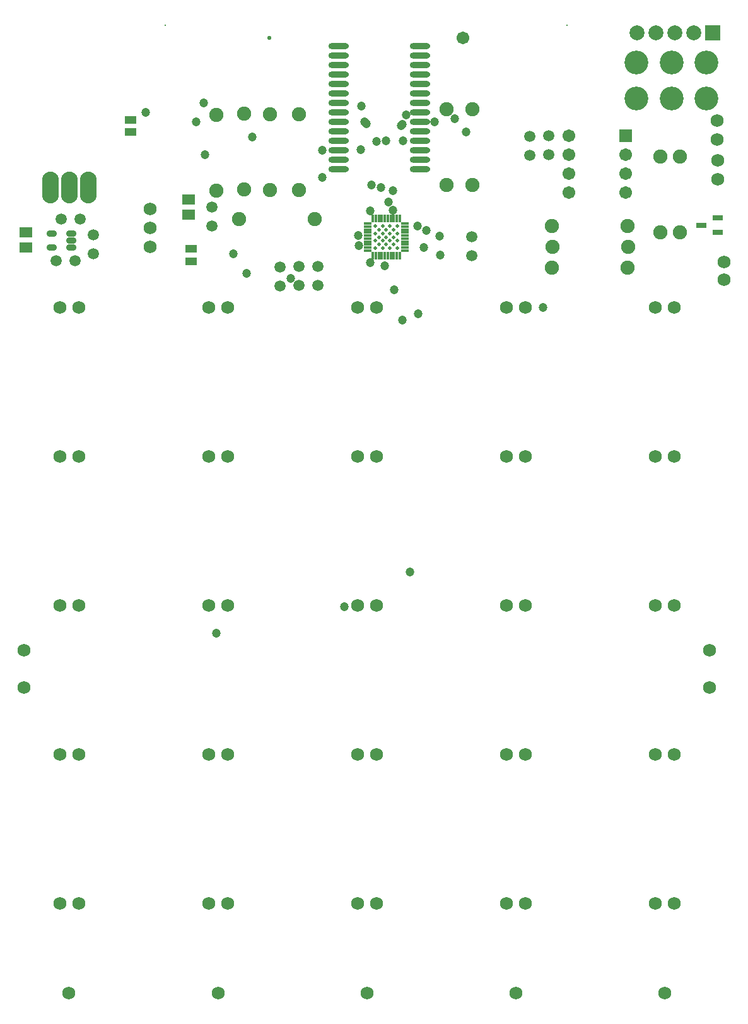
<source format=gbs>
G04 Layer_Color=8150272*
%FSLAX25Y25*%
%MOIN*%
G70*
G01*
G75*
%ADD41R,0.06115X0.04147*%
%ADD42C,0.06800*%
%ADD43C,0.05918*%
%ADD44C,0.07493*%
%ADD45C,0.12611*%
%ADD46O,0.08800X0.16800*%
%ADD47C,0.06706*%
%ADD48R,0.06706X0.06706*%
%ADD49C,0.00800*%
%ADD50R,0.00800X0.00800*%
%ADD51C,0.02300*%
%ADD52R,0.07887X0.07887*%
%ADD53C,0.07887*%
%ADD54C,0.04737*%
%ADD55C,0.01981*%
%ADD56O,0.10839X0.03162*%
%ADD57R,0.05524X0.03162*%
%ADD58R,0.06902X0.05721*%
G04:AMPARAMS|DCode=59|XSize=51.31mil|YSize=31.62mil|CornerRadius=9.91mil|HoleSize=0mil|Usage=FLASHONLY|Rotation=180.000|XOffset=0mil|YOffset=0mil|HoleType=Round|Shape=RoundedRectangle|*
%AMROUNDEDRECTD59*
21,1,0.05131,0.01181,0,0,180.0*
21,1,0.03150,0.03162,0,0,180.0*
1,1,0.01981,-0.01575,0.00591*
1,1,0.01981,0.01575,0.00591*
1,1,0.01981,0.01575,-0.00591*
1,1,0.01981,-0.01575,-0.00591*
%
%ADD59ROUNDEDRECTD59*%
%ADD60R,0.01587X0.03950*%
%ADD61R,0.03950X0.01587*%
D41*
X598145Y560928D02*
D03*
Y567424D02*
D03*
X566142Y629035D02*
D03*
Y635531D02*
D03*
D42*
X509842Y335827D02*
D03*
X848425Y174410D02*
D03*
X872047Y335827D02*
D03*
X879528Y551181D02*
D03*
X769685Y174410D02*
D03*
X879528Y560630D02*
D03*
X533464Y174410D02*
D03*
X612205D02*
D03*
X690945D02*
D03*
X509842Y355512D02*
D03*
X872047D02*
D03*
X876378Y604173D02*
D03*
Y614173D02*
D03*
X538543Y221654D02*
D03*
X528543D02*
D03*
X617283D02*
D03*
X607283D02*
D03*
X696024D02*
D03*
X686024D02*
D03*
X774764D02*
D03*
X764764D02*
D03*
X853504D02*
D03*
X843504D02*
D03*
X538543Y300394D02*
D03*
X528543D02*
D03*
X617283D02*
D03*
X607283D02*
D03*
X696024D02*
D03*
X686024D02*
D03*
X774764D02*
D03*
X764764D02*
D03*
X853504D02*
D03*
X843504D02*
D03*
X538543Y379134D02*
D03*
X528543D02*
D03*
X617283D02*
D03*
X607283D02*
D03*
X696023D02*
D03*
X686023D02*
D03*
X774764D02*
D03*
X764764D02*
D03*
X853504D02*
D03*
X843504D02*
D03*
X538543Y457874D02*
D03*
X528543D02*
D03*
X617283D02*
D03*
X607283D02*
D03*
X696023D02*
D03*
X686023D02*
D03*
X774764D02*
D03*
X764764D02*
D03*
X853504D02*
D03*
X843504D02*
D03*
X875984Y635197D02*
D03*
Y625197D02*
D03*
X576491Y568585D02*
D03*
Y578585D02*
D03*
Y588585D02*
D03*
X538543Y536614D02*
D03*
X528543D02*
D03*
X617283Y536614D02*
D03*
X607283D02*
D03*
X696024D02*
D03*
X686024D02*
D03*
X774764Y536614D02*
D03*
X764764D02*
D03*
X853504D02*
D03*
X843504D02*
D03*
D43*
X526614Y561024D02*
D03*
X536614D02*
D03*
X746457Y573780D02*
D03*
Y563780D02*
D03*
X655118Y548268D02*
D03*
Y558268D02*
D03*
X529370Y583071D02*
D03*
X539370D02*
D03*
X546457Y564803D02*
D03*
Y574803D02*
D03*
X609055Y589528D02*
D03*
Y579528D02*
D03*
X787008Y617165D02*
D03*
Y627165D02*
D03*
X777165Y616772D02*
D03*
Y626772D02*
D03*
X664961Y548268D02*
D03*
Y558268D02*
D03*
X644882Y547874D02*
D03*
Y557874D02*
D03*
D44*
X626008Y638643D02*
D03*
Y598643D02*
D03*
X611441Y638250D02*
D03*
Y598250D02*
D03*
X655148Y598367D02*
D03*
Y638367D02*
D03*
X639794Y598367D02*
D03*
Y638367D02*
D03*
X746539Y601010D02*
D03*
Y641010D02*
D03*
X623307Y583071D02*
D03*
X663307D02*
D03*
X846063Y576063D02*
D03*
Y616063D02*
D03*
X828661Y557480D02*
D03*
X788661D02*
D03*
X733158Y601119D02*
D03*
Y641119D02*
D03*
X828974Y568314D02*
D03*
X788974D02*
D03*
X856299Y576063D02*
D03*
Y616063D02*
D03*
X788661Y579528D02*
D03*
X828661D02*
D03*
D45*
X833465Y646850D02*
D03*
X851969D02*
D03*
X870473D02*
D03*
Y665748D02*
D03*
X851969D02*
D03*
X833465D02*
D03*
D46*
X543858Y599882D02*
D03*
X533858D02*
D03*
X523858D02*
D03*
D47*
X797598Y597205D02*
D03*
Y607205D02*
D03*
Y617205D02*
D03*
Y627205D02*
D03*
X827598Y597205D02*
D03*
Y607205D02*
D03*
Y617205D02*
D03*
X741732Y678740D02*
D03*
D48*
X827598Y627205D02*
D03*
D49*
X796851Y685433D02*
D03*
D50*
X584252D02*
D03*
D51*
X639370Y678740D02*
D03*
D52*
X873622Y681496D02*
D03*
D53*
X863622D02*
D03*
X853622D02*
D03*
X843622D02*
D03*
X833622D02*
D03*
D54*
X574000Y639531D02*
D03*
X705433Y545866D02*
D03*
X700197Y558347D02*
D03*
X620200Y564900D02*
D03*
X688100Y642700D02*
D03*
X604600Y644400D02*
D03*
X709700Y529900D02*
D03*
X710100Y624626D02*
D03*
X717800Y579500D02*
D03*
X729200Y574100D02*
D03*
X726700Y634600D02*
D03*
X600600Y634500D02*
D03*
X722300Y577100D02*
D03*
X709000Y632350D02*
D03*
X709625Y632975D02*
D03*
X718000Y533000D02*
D03*
X721000Y568100D02*
D03*
X711800Y638000D02*
D03*
X737500Y636200D02*
D03*
X729700Y564300D02*
D03*
X783886Y536614D02*
D03*
X692700Y560000D02*
D03*
Y587400D02*
D03*
X650626Y551650D02*
D03*
X627200Y554600D02*
D03*
X667300Y605100D02*
D03*
Y619600D02*
D03*
X605500Y617200D02*
D03*
X693400Y601000D02*
D03*
X700900Y624626D02*
D03*
X704700Y598250D02*
D03*
X713597Y396708D02*
D03*
X630400Y626500D02*
D03*
X702300Y592000D02*
D03*
X696000Y624000D02*
D03*
X704600Y587700D02*
D03*
X690600Y633626D02*
D03*
X689600Y634500D02*
D03*
X686300Y574450D02*
D03*
X687550Y619700D02*
D03*
X698500Y599900D02*
D03*
X686600Y569200D02*
D03*
X743500Y629100D02*
D03*
X611300Y364500D02*
D03*
X679000Y378500D02*
D03*
D55*
X705118Y569685D02*
D03*
X701181D02*
D03*
X697244D02*
D03*
Y577559D02*
D03*
X701181D02*
D03*
X705118D02*
D03*
Y573622D02*
D03*
X701181D02*
D03*
X697244D02*
D03*
X695275Y575590D02*
D03*
X699212D02*
D03*
X707086D02*
D03*
X703149D02*
D03*
Y579527D02*
D03*
X707086D02*
D03*
X699212D02*
D03*
X695275D02*
D03*
Y571653D02*
D03*
X699212D02*
D03*
X707086D02*
D03*
X703149D02*
D03*
Y567716D02*
D03*
X707086D02*
D03*
X699212D02*
D03*
X695275D02*
D03*
D56*
X676181Y609626D02*
D03*
Y614626D02*
D03*
Y619626D02*
D03*
Y624626D02*
D03*
Y629626D02*
D03*
Y634626D02*
D03*
Y639626D02*
D03*
Y644626D02*
D03*
Y649626D02*
D03*
Y654626D02*
D03*
Y659626D02*
D03*
Y664626D02*
D03*
Y669626D02*
D03*
Y674626D02*
D03*
X719095Y609626D02*
D03*
Y614626D02*
D03*
Y619626D02*
D03*
Y624626D02*
D03*
Y629626D02*
D03*
Y634626D02*
D03*
Y639626D02*
D03*
Y644626D02*
D03*
Y649626D02*
D03*
Y654626D02*
D03*
Y659626D02*
D03*
Y664626D02*
D03*
Y669626D02*
D03*
Y674626D02*
D03*
D57*
X867717Y579921D02*
D03*
X876378Y576181D02*
D03*
Y583661D02*
D03*
D58*
X510630Y568012D02*
D03*
Y576083D02*
D03*
X596828Y585558D02*
D03*
Y593629D02*
D03*
D59*
X534646Y575591D02*
D03*
X524409Y568110D02*
D03*
X534646Y571850D02*
D03*
X524409Y575591D02*
D03*
X534646Y568110D02*
D03*
D60*
X694094Y583464D02*
D03*
X695669D02*
D03*
X697244D02*
D03*
X698819D02*
D03*
X700394D02*
D03*
X701968D02*
D03*
X703543D02*
D03*
X705118D02*
D03*
X706693D02*
D03*
X708268D02*
D03*
Y563779D02*
D03*
X706693D02*
D03*
X705118D02*
D03*
X703543D02*
D03*
X701968D02*
D03*
X700394D02*
D03*
X698819D02*
D03*
X697244D02*
D03*
X695669D02*
D03*
X694094D02*
D03*
D61*
X711023Y580708D02*
D03*
Y579134D02*
D03*
Y577559D02*
D03*
Y575984D02*
D03*
Y574409D02*
D03*
Y572834D02*
D03*
Y571260D02*
D03*
Y569685D02*
D03*
Y568110D02*
D03*
Y566535D02*
D03*
X691338D02*
D03*
Y568110D02*
D03*
Y569685D02*
D03*
Y571260D02*
D03*
Y572834D02*
D03*
Y574409D02*
D03*
Y575984D02*
D03*
Y577559D02*
D03*
Y579134D02*
D03*
Y580708D02*
D03*
M02*

</source>
